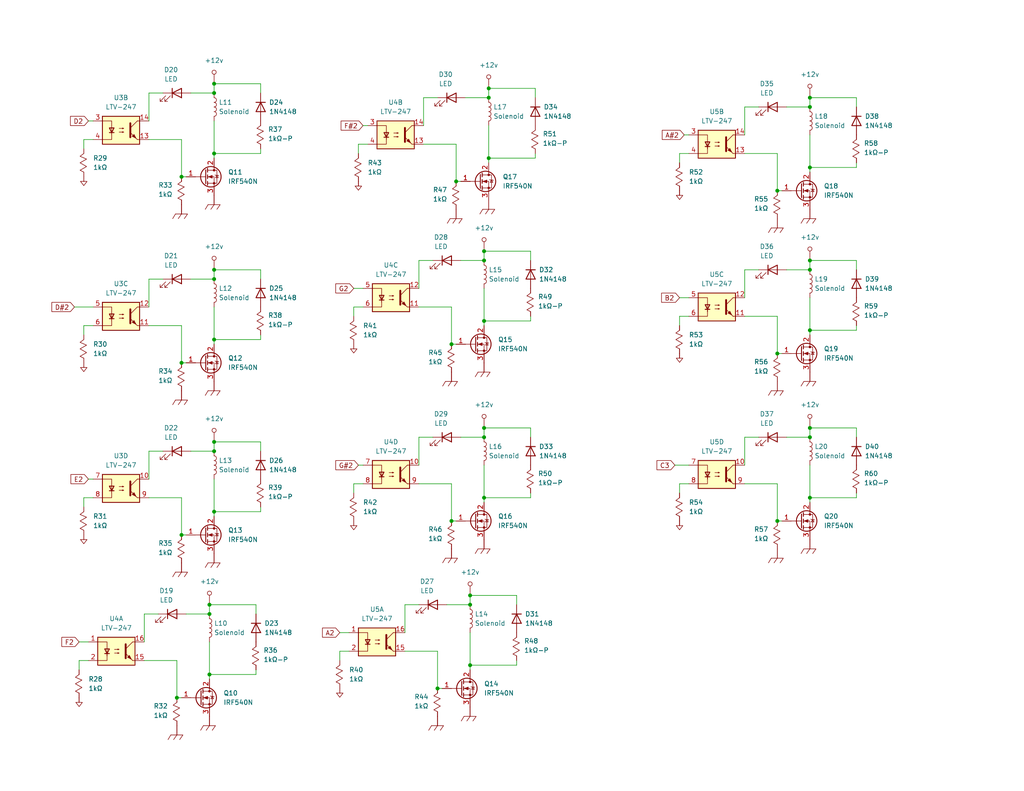
<source format=kicad_sch>
(kicad_sch (version 20250114) (generator "eeschema") (generator_version "9.0")
  (paper "A")
  (title_block (title "Extended Breakout") (date "2025-04-01") (rev "B"))
  (junction (at 58.42 139.7))
  (junction (at 57.15 165.1))
  (junction (at 49.53 48.26))
  (junction (at 132.08 116.84))
  (junction (at 132.08 135.89))
  (junction (at 49.53 146.05))
  (junction (at 133.35 24.13))
  (junction (at 220.98 45.72))
  (junction (at 128.27 162.56))
  (junction (at 57.15 167.64))
  (junction (at 57.15 184.15))
  (junction (at 133.35 43.18))
  (junction (at 58.42 120.65))
  (junction (at 132.08 119.38))
  (junction (at 133.35 26.67))
  (junction (at 132.08 71.12))
  (junction (at 132.08 68.58))
  (junction (at 220.98 73.66))
  (junction (at 58.42 73.66))
  (junction (at 132.08 87.63))
  (junction (at 220.98 90.17))
  (junction (at 58.42 25.4))
  (junction (at 58.42 123.19))
  (junction (at 212.09 52.07))
  (junction (at 58.42 41.91))
  (junction (at 220.98 119.38))
  (junction (at 123.19 93.98))
  (junction (at 128.27 165.1))
  (junction (at 58.42 76.2))
  (junction (at 128.27 181.61))
  (junction (at 220.98 135.89))
  (junction (at 220.98 26.67))
  (junction (at 123.19 142.24))
  (junction (at 220.98 71.12))
  (junction (at 220.98 29.21))
  (junction (at 212.09 142.24))
  (junction (at 212.09 96.52))
  (junction (at 119.38 187.96))
  (junction (at 220.98 116.84))
  (junction (at 58.42 92.71))
  (junction (at 48.26 190.5))
  (junction (at 49.53 99.06))
  (junction (at 124.46 49.53))
  (junction (at 58.42 22.86))
  (wire (pts (xy 114.3 83.82) (xy 123.19 83.82)))
  (wire (pts (xy 220.98 90.17) (xy 220.98 81.28)))
  (wire (pts (xy 220.98 116.84) (xy 233.68 116.84)))
  (wire (pts (xy 203.2 132.08) (xy 212.09 132.08)))
  (wire (pts (xy 220.98 46.99) (xy 220.98 45.72)))
  (wire (pts (xy 132.08 68.58) (xy 132.08 71.12)))
  (wire (pts (xy 99.06 83.82) (xy 96.52 83.82)))
  (wire (pts (xy 71.12 92.71) (xy 71.12 91.44)))
  (wire (pts (xy 21.59 180.34) (xy 21.59 182.88)))
  (wire (pts (xy 52.07 76.2) (xy 58.42 76.2)))
  (wire (pts (xy 133.35 24.13) (xy 133.35 26.67)))
  (wire (pts (xy 220.98 137.16) (xy 220.98 135.89)))
  (wire (pts (xy 127 26.67) (xy 133.35 26.67)))
  (wire (pts (xy 97.79 127) (xy 99.06 127)))
  (wire (pts (xy 220.98 91.44) (xy 220.98 90.17)))
  (wire (pts (xy 58.42 41.91) (xy 71.12 41.91)))
  (wire (pts (xy 128.27 181.61) (xy 128.27 172.72)))
  (wire (pts (xy 58.42 73.66) (xy 71.12 73.66)))
  (wire (pts (xy 52.07 25.4) (xy 58.42 25.4)))
  (wire (pts (xy 214.63 73.66) (xy 220.98 73.66)))
  (wire (pts (xy 144.78 135.89) (xy 144.78 134.62)))
  (wire (pts (xy 58.42 73.66) (xy 58.42 76.2)))
  (wire (pts (xy 233.68 135.89) (xy 233.68 134.62)))
  (wire (pts (xy 123.19 83.82) (xy 123.19 93.98)))
  (wire (pts (xy 187.96 86.36) (xy 185.42 86.36)))
  (wire (pts (xy 133.35 43.18) (xy 146.05 43.18)))
  (wire (pts (xy 25.4 88.9) (xy 22.86 88.9)))
  (wire (pts (xy 146.05 26.67) (xy 146.05 24.13)))
  (wire (pts (xy 220.98 135.89) (xy 233.68 135.89)))
  (wire (pts (xy 119.38 26.67) (xy 115.57 26.67)))
  (wire (pts (xy 99.06 132.08) (xy 96.52 132.08)))
  (wire (pts (xy 58.42 139.7) (xy 58.42 130.81)))
  (wire (pts (xy 40.64 38.1) (xy 49.53 38.1)))
  (wire (pts (xy 185.42 41.91) (xy 185.42 44.45)))
  (wire (pts (xy 119.38 177.8) (xy 119.38 187.96)))
  (wire (pts (xy 57.15 165.1) (xy 69.85 165.1)))
  (wire (pts (xy 128.27 162.56) (xy 140.97 162.56)))
  (wire (pts (xy 144.78 119.38) (xy 144.78 116.84)))
  (wire (pts (xy 100.33 39.37) (xy 97.79 39.37)))
  (wire (pts (xy 220.98 45.72) (xy 220.98 36.83)))
  (wire (pts (xy 132.08 135.89) (xy 144.78 135.89)))
  (wire (pts (xy 140.97 165.1) (xy 140.97 162.56)))
  (wire (pts (xy 20.32 83.82) (xy 25.4 83.82)))
  (wire (pts (xy 49.53 38.1) (xy 49.53 48.26)))
  (wire (pts (xy 58.42 92.71) (xy 58.42 83.82)))
  (wire (pts (xy 132.08 135.89) (xy 132.08 127)))
  (wire (pts (xy 220.98 71.12) (xy 233.68 71.12)))
  (wire (pts (xy 214.63 119.38) (xy 220.98 119.38)))
  (wire (pts (xy 203.2 86.36) (xy 212.09 86.36)))
  (wire (pts (xy 212.09 142.24) (xy 213.36 142.24)))
  (wire (pts (xy 22.86 88.9) (xy 22.86 91.44)))
  (wire (pts (xy 220.98 26.67) (xy 233.68 26.67)))
  (wire (pts (xy 184.15 127) (xy 187.96 127)))
  (wire (pts (xy 58.42 43.18) (xy 58.42 41.91)))
  (wire (pts (xy 132.08 116.84) (xy 144.78 116.84)))
  (wire (pts (xy 207.01 119.38) (xy 203.2 119.38)))
  (wire (pts (xy 44.45 123.19) (xy 40.64 123.19)))
  (wire (pts (xy 25.4 38.1) (xy 22.86 38.1)))
  (wire (pts (xy 114.3 132.08) (xy 123.19 132.08)))
  (wire (pts (xy 233.68 119.38) (xy 233.68 116.84)))
  (wire (pts (xy 49.53 88.9) (xy 49.53 99.06)))
  (wire (pts (xy 125.73 119.38) (xy 132.08 119.38)))
  (wire (pts (xy 44.45 76.2) (xy 40.64 76.2)))
  (wire (pts (xy 40.64 135.89) (xy 49.53 135.89)))
  (wire (pts (xy 119.38 187.96) (xy 120.65 187.96)))
  (wire (pts (xy 39.37 167.64) (xy 39.37 175.26)))
  (wire (pts (xy 214.63 29.21) (xy 220.98 29.21)))
  (wire (pts (xy 220.98 45.72) (xy 233.68 45.72)))
  (wire (pts (xy 132.08 137.16) (xy 132.08 135.89)))
  (wire (pts (xy 220.98 26.67) (xy 220.98 29.21)))
  (wire (pts (xy 132.08 88.9) (xy 132.08 87.63)))
  (wire (pts (xy 110.49 165.1) (xy 110.49 172.72)))
  (wire (pts (xy 49.53 135.89) (xy 49.53 146.05)))
  (wire (pts (xy 203.2 29.21) (xy 203.2 36.83)))
  (wire (pts (xy 57.15 184.15) (xy 57.15 175.26)))
  (wire (pts (xy 71.12 123.19) (xy 71.12 120.65)))
  (wire (pts (xy 58.42 22.86) (xy 71.12 22.86)))
  (wire (pts (xy 57.15 165.1) (xy 57.15 167.64)))
  (wire (pts (xy 125.73 71.12) (xy 132.08 71.12)))
  (wire (pts (xy 25.4 135.89) (xy 22.86 135.89)))
  (wire (pts (xy 124.46 39.37) (xy 124.46 49.53)))
  (wire (pts (xy 220.98 90.17) (xy 233.68 90.17)))
  (wire (pts (xy 121.92 165.1) (xy 128.27 165.1)))
  (wire (pts (xy 132.08 87.63) (xy 144.78 87.63)))
  (wire (pts (xy 132.08 68.58) (xy 144.78 68.58)))
  (wire (pts (xy 57.15 185.42) (xy 57.15 184.15)))
  (wire (pts (xy 71.12 25.4) (xy 71.12 22.86)))
  (wire (pts (xy 128.27 162.56) (xy 128.27 165.1)))
  (wire (pts (xy 212.09 52.07) (xy 213.36 52.07)))
  (wire (pts (xy 187.96 41.91) (xy 185.42 41.91)))
  (wire (pts (xy 123.19 142.24) (xy 124.46 142.24)))
  (wire (pts (xy 40.64 88.9) (xy 49.53 88.9)))
  (wire (pts (xy 133.35 44.45) (xy 133.35 43.18)))
  (wire (pts (xy 97.79 39.37) (xy 97.79 41.91)))
  (wire (pts (xy 128.27 181.61) (xy 140.97 181.61)))
  (wire (pts (xy 44.45 25.4) (xy 40.64 25.4)))
  (wire (pts (xy 40.64 76.2) (xy 40.64 83.82)))
  (wire (pts (xy 186.69 36.83) (xy 187.96 36.83)))
  (wire (pts (xy 43.18 167.64) (xy 39.37 167.64)))
  (wire (pts (xy 71.12 139.7) (xy 71.12 138.43)))
  (wire (pts (xy 118.11 71.12) (xy 114.3 71.12)))
  (wire (pts (xy 115.57 39.37) (xy 124.46 39.37)))
  (wire (pts (xy 133.35 43.18) (xy 133.35 34.29)))
  (wire (pts (xy 132.08 116.84) (xy 132.08 119.38)))
  (wire (pts (xy 69.85 167.64) (xy 69.85 165.1)))
  (wire (pts (xy 185.42 132.08) (xy 185.42 134.62)))
  (wire (pts (xy 220.98 116.84) (xy 220.98 119.38)))
  (wire (pts (xy 40.64 25.4) (xy 40.64 33.02)))
  (wire (pts (xy 220.98 71.12) (xy 220.98 73.66)))
  (wire (pts (xy 114.3 119.38) (xy 114.3 127)))
  (wire (pts (xy 40.64 123.19) (xy 40.64 130.81)))
  (wire (pts (xy 58.42 120.65) (xy 71.12 120.65)))
  (wire (pts (xy 92.71 172.72) (xy 95.25 172.72)))
  (wire (pts (xy 123.19 132.08) (xy 123.19 142.24)))
  (wire (pts (xy 58.42 93.98) (xy 58.42 92.71)))
  (wire (pts (xy 203.2 119.38) (xy 203.2 127)))
  (wire (pts (xy 24.13 180.34) (xy 21.59 180.34)))
  (wire (pts (xy 52.07 123.19) (xy 58.42 123.19)))
  (wire (pts (xy 58.42 139.7) (xy 71.12 139.7)))
  (wire (pts (xy 233.68 90.17) (xy 233.68 88.9)))
  (wire (pts (xy 212.09 41.91) (xy 212.09 52.07)))
  (wire (pts (xy 233.68 29.21) (xy 233.68 26.67)))
  (wire (pts (xy 92.71 177.8) (xy 92.71 180.34)))
  (wire (pts (xy 212.09 86.36) (xy 212.09 96.52)))
  (wire (pts (xy 22.86 38.1) (xy 22.86 40.64)))
  (wire (pts (xy 220.98 135.89) (xy 220.98 127)))
  (wire (pts (xy 185.42 86.36) (xy 185.42 88.9)))
  (wire (pts (xy 144.78 87.63) (xy 144.78 86.36)))
  (wire (pts (xy 49.53 146.05) (xy 50.8 146.05)))
  (wire (pts (xy 203.2 73.66) (xy 203.2 81.28)))
  (wire (pts (xy 133.35 24.13) (xy 146.05 24.13)))
  (wire (pts (xy 124.46 49.53) (xy 125.73 49.53)))
  (wire (pts (xy 39.37 180.34) (xy 48.26 180.34)))
  (wire (pts (xy 115.57 26.67) (xy 115.57 34.29)))
  (wire (pts (xy 212.09 132.08) (xy 212.09 142.24)))
  (wire (pts (xy 71.12 41.91) (xy 71.12 40.64)))
  (wire (pts (xy 48.26 180.34) (xy 48.26 190.5)))
  (wire (pts (xy 71.12 76.2) (xy 71.12 73.66)))
  (wire (pts (xy 58.42 92.71) (xy 71.12 92.71)))
  (wire (pts (xy 96.52 78.74) (xy 99.06 78.74)))
  (wire (pts (xy 50.8 167.64) (xy 57.15 167.64)))
  (wire (pts (xy 140.97 181.61) (xy 140.97 180.34)))
  (wire (pts (xy 95.25 177.8) (xy 92.71 177.8)))
  (wire (pts (xy 146.05 43.18) (xy 146.05 41.91)))
  (wire (pts (xy 185.42 81.28) (xy 187.96 81.28)))
  (wire (pts (xy 96.52 132.08) (xy 96.52 134.62)))
  (wire (pts (xy 207.01 73.66) (xy 203.2 73.66)))
  (wire (pts (xy 58.42 22.86) (xy 58.42 25.4)))
  (wire (pts (xy 212.09 96.52) (xy 213.36 96.52)))
  (wire (pts (xy 128.27 182.88) (xy 128.27 181.61)))
  (wire (pts (xy 118.11 119.38) (xy 114.3 119.38)))
  (wire (pts (xy 207.01 29.21) (xy 203.2 29.21)))
  (wire (pts (xy 96.52 83.82) (xy 96.52 86.36)))
  (wire (pts (xy 123.19 93.98) (xy 124.46 93.98)))
  (wire (pts (xy 49.53 99.06) (xy 50.8 99.06)))
  (wire (pts (xy 21.59 175.26) (xy 24.13 175.26)))
  (wire (pts (xy 24.13 33.02) (xy 25.4 33.02)))
  (wire (pts (xy 114.3 71.12) (xy 114.3 78.74)))
  (wire (pts (xy 110.49 177.8) (xy 119.38 177.8)))
  (wire (pts (xy 57.15 184.15) (xy 69.85 184.15)))
  (wire (pts (xy 144.78 71.12) (xy 144.78 68.58)))
  (wire (pts (xy 58.42 120.65) (xy 58.42 123.19)))
  (wire (pts (xy 233.68 45.72) (xy 233.68 44.45)))
  (wire (pts (xy 49.53 48.26) (xy 50.8 48.26)))
  (wire (pts (xy 58.42 140.97) (xy 58.42 139.7)))
  (wire (pts (xy 203.2 41.91) (xy 212.09 41.91)))
  (wire (pts (xy 114.3 165.1) (xy 110.49 165.1)))
  (wire (pts (xy 58.42 41.91) (xy 58.42 33.02)))
  (wire (pts (xy 69.85 184.15) (xy 69.85 182.88)))
  (wire (pts (xy 187.96 132.08) (xy 185.42 132.08)))
  (wire (pts (xy 24.13 130.81) (xy 25.4 130.81)))
  (wire (pts (xy 99.06 34.29) (xy 100.33 34.29)))
  (wire (pts (xy 48.26 190.5) (xy 49.53 190.5)))
  (wire (pts (xy 233.68 73.66) (xy 233.68 71.12)))
  (wire (pts (xy 22.86 135.89) (xy 22.86 138.43)))
  (wire (pts (xy 132.08 87.63) (xy 132.08 78.74)))
  (global_label "A#2" (shape input) (at 186.69 36.83 180) (property "Intersheetrefs" "${INTERSHEET_REFS}" (effects (hide yes))))
  (global_label "D2" (shape input) (at 24.13 33.02 180) (property "Intersheetrefs" "${INTERSHEET_REFS}" (effects (hide yes))))
  (global_label "E2" (shape input) (at 24.13 130.81 180) (property "Intersheetrefs" "${INTERSHEET_REFS}" (effects (hide yes))))
  (global_label "G#2" (shape input) (at 97.79 127 180) (property "Intersheetrefs" "${INTERSHEET_REFS}" (effects (hide yes))))
  (global_label "B2" (shape input) (at 185.42 81.28 180) (property "Intersheetrefs" "${INTERSHEET_REFS}" (effects (hide yes))))
  (global_label "F#2" (shape input) (at 99.06 34.29 180) (property "Intersheetrefs" "${INTERSHEET_REFS}" (effects (hide yes))))
  (global_label "G2" (shape input) (at 96.52 78.74 180) (property "Intersheetrefs" "${INTERSHEET_REFS}" (effects (hide yes))))
  (global_label "A2" (shape input) (at 92.71 172.72 180) (property "Intersheetrefs" "${INTERSHEET_REFS}" (effects (hide yes))))
  (global_label "F2" (shape input) (at 21.59 175.26 180) (property "Intersheetrefs" "${INTERSHEET_REFS}" (effects (hide yes))))
  (global_label "C3" (shape input) (at 184.15 127 180) (property "Intersheetrefs" "${INTERSHEET_REFS}" (effects (hide yes))))
  (global_label "D#2" (shape input) (at 20.32 83.82 180) (property "Intersheetrefs" "${INTERSHEET_REFS}" (effects (hide yes))))
  (symbol (lib_id "Isolator:LTV-247") (at 106.68 129.54 0) (unit 4)
    (property "Reference" "U4" (at 106.68 120.65 0))
    (property "Value" "LTV-247" (at 106.68 123.19 0))
    (property "Footprint" "Package_SO:SOP-16_4.4x10.4mm_P1.27mm" (effects (hide yes)))
    (property "Datasheet" "http://optoelectronics.liteon.com/upload/download/DS70-2009-0014/LTV-2X7%20sereis%20Mar17.PDF" (effects (hide yes)))
    (property "Description" "DC Quad Optocoupler, Vce 80V, CTR 100-600%, SOP-16" (effects (hide yes)))
  )
  (symbol (lib_id "Custom Power:GND") (at 21.59 190.5 0) (unit 1) (in_bom no) (on_board no)
    (property "Reference" "#PWR042" (effects (hide yes)))
    (property "Value" "GND" (effects (hide yes)))
  )
  (symbol (lib_id "Custom Power:GND") (at 185.42 96.52 0) (unit 1) (in_bom no) (on_board no)
    (property "Reference" "#PWR075" (effects (hide yes)))
    (property "Value" "GND" (effects (hide yes)))
  )
  (symbol (lib_id "Owen's Symbols:Resistor_Mod") (at 92.71 184.15 90) (unit 1)
    (property "Reference" "R40" (at 95.25 182.8799 90) (effects (justify right)))
    (property "Value" "1kΩ" (at 95.25 185.4199 90) (effects (justify right)))
    (property "Footprint" "Resistor_SMD:R_0805_2012Metric_Pad1.20x1.40mm_HandSolder" (effects (hide yes)))
  )
  (symbol (lib_id "Custom Power:GND") (at 97.79 49.53 0) (unit 1) (in_bom no) (on_board no)
    (property "Reference" "#PWR061" (effects (hide yes)))
    (property "Value" "GND" (effects (hide yes)))
  )
  (symbol (lib_id "Isolator:LTV-247") (at 106.68 81.28 0) (unit 3)
    (property "Reference" "U4" (at 106.68 72.39 0))
    (property "Value" "LTV-247" (at 106.68 74.93 0))
    (property "Footprint" "Package_SO:SOP-16_4.4x10.4mm_P1.27mm" (effects (hide yes)))
    (property "Datasheet" "http://optoelectronics.liteon.com/upload/download/DS70-2009-0014/LTV-2X7%20sereis%20Mar17.PDF" (effects (hide yes)))
    (property "Description" "DC Quad Optocoupler, Vce 80V, CTR 100-600%, SOP-16" (effects (hide yes)))
  )
  (symbol (lib_id "Custom Symbols:Resistor_Mod") (at 212.09 100.33 90) (unit 1)
    (property "Reference" "R56" (at 205.74 98.806 90) (effects (justify right)))
    (property "Value" "1kΩ" (at 205.74 101.346 90) (effects (justify right)))
    (property "Footprint" "Resistor_SMD:R_0805_2012Metric_Pad1.20x1.40mm_HandSolder" (effects (hide yes)))
  )
  (symbol (lib_id "Custom Power:Chassis_GND") (at 220.98 101.6 0) (unit 1) (in_bom no) (on_board no)
    (property "Reference" "#PWR083" (effects (hide yes)))
    (property "Value" "Chassis_GND" (effects (hide yes)))
  )
  (symbol (lib_id "Isolator:LTV-247") (at 195.58 39.37 0) (unit 2)
    (property "Reference" "U5" (at 195.58 30.48 0))
    (property "Value" "LTV-247" (at 195.58 33.02 0))
    (property "Footprint" "Package_SO:SOP-16_4.4x10.4mm_P1.27mm" (effects (hide yes)))
    (property "Datasheet" "http://optoelectronics.liteon.com/upload/download/DS70-2009-0014/LTV-2X7%20sereis%20Mar17.PDF" (effects (hide yes)))
    (property "Description" "DC Quad Optocoupler, Vce 80V, CTR 100-600%, SOP-16" (effects (hide yes)))
  )
  (symbol (lib_id "Owen's Symbols:Resistor_Mod") (at 185.42 92.71 90) (unit 1)
    (property "Reference" "R53" (at 187.96 91.4399 90) (effects (justify right)))
    (property "Value" "1kΩ" (at 187.96 93.9799 90) (effects (justify right)))
    (property "Footprint" "Resistor_SMD:R_0805_2012Metric_Pad1.20x1.40mm_HandSolder" (effects (hide yes)))
  )
  (symbol (lib_id "Custom Power:GND") (at 185.42 52.07 0) (unit 1) (in_bom no) (on_board no)
    (property "Reference" "#PWR074" (effects (hide yes)))
    (property "Value" "GND" (effects (hide yes)))
  )
  (symbol (lib_id "OF symbols:Resistor_Mod") (at 69.85 179.07 90) (unit 1)
    (property "Reference" "R36" (at 71.882 177.546 90) (effects (justify right)))
    (property "Value" "1kΩ-P" (at 71.882 180.086 90) (effects (justify right)))
    (property "Footprint" "Resistor_SMD:R_1206_3216Metric_Pad1.30x1.75mm_HandSolder" (effects (hide yes)))
  )
  (symbol (lib_id "Custom Power:Chassis_GND") (at 49.53 153.67 0) (unit 1) (in_bom no) (on_board no)
    (property "Reference" "#PWR049" (effects (hide yes)))
    (property "Value" "Chassis_GND" (effects (hide yes)))
  )
  (symbol (lib_id "Diode:1N4148") (at 233.68 123.19 270) (unit 1)
    (property "Reference" "D40" (at 235.966 121.92 90) (effects (justify left)))
    (property "Value" "1N4148" (at 235.966 124.46 90) (effects (justify left)))
    (property "Footprint" "LED_SMD:LED_0805_2012Metric_Pad1.15x1.40mm_HandSolder" (effects (hide yes)))
    (property "Datasheet" "https://assets.nexperia.com/documents/data-sheet/1N4148_1N4448.pdf" (effects (hide yes)))
    (property "Description" "100V 0.15A standard switching diode, DO-35" (effects (hide yes)))
    (property "Sim.Device" "D" (effects (hide yes)))
    (property "Sim.Pins" "1=K 2=A" (effects (hide yes)))
  )
  (symbol (lib_id "Custom Power:GND") (at 185.42 142.24 0) (unit 1) (in_bom no) (on_board no)
    (property "Reference" "#PWR076" (effects (hide yes)))
    (property "Value" "GND" (effects (hide yes)))
  )
  (symbol (lib_id "Isolator:LTV-247") (at 31.75 177.8 0) (unit 1)
    (property "Reference" "U4" (at 31.75 168.91 0))
    (property "Value" "LTV-247" (at 31.75 171.45 0))
    (property "Footprint" "Package_SO:SOP-16_4.4x10.4mm_P1.27mm" (effects (hide yes)))
    (property "Datasheet" "http://optoelectronics.liteon.com/upload/download/DS70-2009-0014/LTV-2X7%20sereis%20Mar17.PDF" (effects (hide yes)))
    (property "Description" "DC Quad Optocoupler, Vce 80V, CTR 100-600%, SOP-16" (effects (hide yes)))
  )
  (symbol (lib_id "Custom Power:+12v") (at 57.15 163.83 0) (unit 1) (in_bom no) (on_board no)
    (property "Reference" "#PWR050" (effects (hide yes)))
    (property "Value" "+12v" (at 57.15 158.75 0))
  )
  (symbol (lib_id "Custom Power:GND") (at 22.86 99.06 0) (unit 1) (in_bom no) (on_board no)
    (property "Reference" "#PWR044" (effects (hide yes)))
    (property "Value" "GND" (effects (hide yes)))
  )
  (symbol (lib_id "Custom Symbols:Resistor_Mod") (at 212.09 55.88 90) (unit 1)
    (property "Reference" "R55" (at 205.74 54.356 90) (effects (justify right)))
    (property "Value" "1kΩ" (at 205.74 56.896 90) (effects (justify right)))
    (property "Footprint" "Resistor_SMD:R_0805_2012Metric_Pad1.20x1.40mm_HandSolder" (effects (hide yes)))
  )
  (symbol (lib_id "Device:LED") (at 123.19 26.67 0) (unit 1)
    (property "Reference" "D30" (at 121.6025 20.32 0))
    (property "Value" "LED" (at 121.6025 22.86 0))
    (property "Footprint" "LED_SMD:LED_0805_2012Metric_Pad1.15x1.40mm_HandSolder" (effects (hide yes)))
    (property "Description" "Light emitting diode" (effects (hide yes)))
  )
  (symbol (lib_id "Custom Power:+12v") (at 132.08 67.31 0) (unit 1) (in_bom no) (on_board no)
    (property "Reference" "#PWR068" (effects (hide yes)))
    (property "Value" "+12v" (at 132.08 62.23 0))
  )
  (symbol (lib_id "Custom Power:+12v") (at 132.08 115.57 0) (unit 1) (in_bom no) (on_board no)
    (property "Reference" "#PWR070" (effects (hide yes)))
    (property "Value" "+12v" (at 132.08 110.49 0))
  )
  (symbol (lib_id "Device:L") (at 57.15 171.45 0) (unit 1)
    (property "Reference" "L10" (at 58.42 170.1799 0) (effects (justify left)))
    (property "Value" "Solenoid" (at 58.42 172.7199 0) (effects (justify left)))
    (property "Footprint" "OF Footprints:Small Expanded TH" (effects (hide yes)))
    (property "Description" "Inductor" (effects (hide yes)))
  )
  (symbol (lib_id "Isolator:LTV-247") (at 33.02 86.36 0) (unit 3)
    (property "Reference" "U3" (at 33.02 77.47 0))
    (property "Value" "LTV-247" (at 33.02 80.01 0))
    (property "Footprint" "Package_SO:SOP-16_4.4x10.4mm_P1.27mm" (effects (hide yes)))
    (property "Datasheet" "http://optoelectronics.liteon.com/upload/download/DS70-2009-0014/LTV-2X7%20sereis%20Mar17.PDF" (effects (hide yes)))
    (property "Description" "DC Quad Optocoupler, Vce 80V, CTR 100-600%, SOP-16" (effects (hide yes)))
  )
  (symbol (lib_id "Custom Power:+12v") (at 58.42 119.38 0) (unit 1) (in_bom no) (on_board no)
    (property "Reference" "#PWR056" (effects (hide yes)))
    (property "Value" "+12v" (at 58.42 114.3 0))
  )
  (symbol (lib_id "Custom Symbols:Resistor_Mod") (at 49.53 149.86 90) (unit 1)
    (property "Reference" "R35" (at 43.18 148.336 90) (effects (justify right)))
    (property "Value" "1kΩ" (at 43.18 150.876 90) (effects (justify right)))
    (property "Footprint" "Resistor_SMD:R_0805_2012Metric_Pad1.20x1.40mm_HandSolder" (effects (hide yes)))
  )
  (symbol (lib_id "Device:LED") (at 210.82 73.66 0) (unit 1)
    (property "Reference" "D36" (at 209.2325 67.31 0))
    (property "Value" "LED" (at 209.2325 69.85 0))
    (property "Footprint" "LED_SMD:LED_0805_2012Metric_Pad1.15x1.40mm_HandSolder" (effects (hide yes)))
    (property "Description" "Light emitting diode" (effects (hide yes)))
  )
  (symbol (lib_id "Custom Power:+12v") (at 220.98 115.57 0) (unit 1) (in_bom no) (on_board no)
    (property "Reference" "#PWR084" (effects (hide yes)))
    (property "Value" "+12v" (at 220.98 110.49 0))
  )
  (symbol (lib_id "Custom Power:Chassis_GND") (at 49.53 55.88 0) (unit 1) (in_bom no) (on_board no)
    (property "Reference" "#PWR047" (effects (hide yes)))
    (property "Value" "Chassis_GND" (effects (hide yes)))
  )
  (symbol (lib_id "Device:L") (at 58.42 29.21 0) (unit 1)
    (property "Reference" "L11" (at 59.69 27.9399 0) (effects (justify left)))
    (property "Value" "Solenoid" (at 59.69 30.4799 0) (effects (justify left)))
    (property "Footprint" "OF Footprints:Small Expanded TH" (effects (hide yes)))
    (property "Description" "Inductor" (effects (hide yes)))
  )
  (symbol (lib_id "Custom Symbols:Resistor_Mod") (at 123.19 146.05 90) (unit 1)
    (property "Reference" "R46" (at 116.84 144.526 90) (effects (justify right)))
    (property "Value" "1kΩ" (at 116.84 147.066 90) (effects (justify right)))
    (property "Footprint" "Resistor_SMD:R_0805_2012Metric_Pad1.20x1.40mm_HandSolder" (effects (hide yes)))
  )
  (symbol (lib_id "Custom Symbols:Resistor_Mod") (at 119.38 191.77 90) (unit 1)
    (property "Reference" "R44" (at 113.03 190.246 90) (effects (justify right)))
    (property "Value" "1kΩ" (at 113.03 192.786 90) (effects (justify right)))
    (property "Footprint" "Resistor_SMD:R_0805_2012Metric_Pad1.20x1.40mm_HandSolder" (effects (hide yes)))
  )
  (symbol (lib_id "Custom Power:Chassis_GND") (at 123.19 149.86 0) (unit 1) (in_bom no) (on_board no)
    (property "Reference" "#PWR064" (effects (hide yes)))
    (property "Value" "Chassis_GND" (effects (hide yes)))
  )
  (symbol (lib_id "Custom Power:+12v") (at 220.98 69.85 0) (unit 1) (in_bom no) (on_board no)
    (property "Reference" "#PWR082" (effects (hide yes)))
    (property "Value" "+12v" (at 220.98 64.77 0))
  )
  (symbol (lib_id "Custom Power:Chassis_GND") (at 212.09 59.69 0) (unit 1) (in_bom no) (on_board no)
    (property "Reference" "#PWR077" (effects (hide yes)))
    (property "Value" "Chassis_GND" (effects (hide yes)))
  )
  (symbol (lib_id "Device:LED") (at 118.11 165.1 0) (unit 1)
    (property "Reference" "D27" (at 116.5225 158.75 0))
    (property "Value" "LED" (at 116.5225 161.29 0))
    (property "Footprint" "LED_SMD:LED_0805_2012Metric_Pad1.15x1.40mm_HandSolder" (effects (hide yes)))
    (property "Description" "Light emitting diode" (effects (hide yes)))
  )
  (symbol (lib_id "Custom Power:+12v") (at 58.42 21.59 0) (unit 1) (in_bom no) (on_board no)
    (property "Reference" "#PWR052" (effects (hide yes)))
    (property "Value" "+12v" (at 58.42 16.51 0))
  )
  (symbol (lib_id "Custom Power:Chassis_GND") (at 133.35 54.61 0) (unit 1) (in_bom no) (on_board no)
    (property "Reference" "#PWR073" (effects (hide yes)))
    (property "Value" "Chassis_GND" (effects (hide yes)))
  )
  (symbol (lib_id "Device:L") (at 132.08 123.19 0) (unit 1)
    (property "Reference" "L16" (at 133.35 121.9199 0) (effects (justify left)))
    (property "Value" "Solenoid" (at 133.35 124.4599 0) (effects (justify left)))
    (property "Footprint" "OF Footprints:Small Expanded TH" (effects (hide yes)))
    (property "Description" "Inductor" (effects (hide yes)))
  )
  (symbol (lib_id "Isolator:LTV-247") (at 102.87 175.26 0) (unit 1)
    (property "Reference" "U5" (at 102.87 166.37 0))
    (property "Value" "LTV-247" (at 102.87 168.91 0))
    (property "Footprint" "Package_SO:SOP-16_4.4x10.4mm_P1.27mm" (effects (hide yes)))
    (property "Datasheet" "http://optoelectronics.liteon.com/upload/download/DS70-2009-0014/LTV-2X7%20sereis%20Mar17.PDF" (effects (hide yes)))
    (property "Description" "DC Quad Optocoupler, Vce 80V, CTR 100-600%, SOP-16" (effects (hide yes)))
  )
  (symbol (lib_id "Custom Power:Chassis_GND") (at 119.38 195.58 0) (unit 1) (in_bom no) (on_board no)
    (property "Reference" "#PWR062" (effects (hide yes)))
    (property "Value" "Chassis_GND" (effects (hide yes)))
  )
  (symbol (lib_id "Owen's Symbols:Resistor_Mod") (at 22.86 95.25 90) (unit 1)
    (property "Reference" "R30" (at 25.4 93.9799 90) (effects (justify right)))
    (property "Value" "1kΩ" (at 25.4 96.5199 90) (effects (justify right)))
    (property "Footprint" "Resistor_SMD:R_0805_2012Metric_Pad1.20x1.40mm_HandSolder" (effects (hide yes)))
  )
  (symbol (lib_id "Diode:1N4148") (at 233.68 77.47 270) (unit 1)
    (property "Reference" "D39" (at 235.966 76.2 90) (effects (justify left)))
    (property "Value" "1N4148" (at 235.966 78.74 90) (effects (justify left)))
    (property "Footprint" "LED_SMD:LED_0805_2012Metric_Pad1.15x1.40mm_HandSolder" (effects (hide yes)))
    (property "Datasheet" "https://assets.nexperia.com/documents/data-sheet/1N4148_1N4448.pdf" (effects (hide yes)))
    (property "Description" "100V 0.15A standard switching diode, DO-35" (effects (hide yes)))
    (property "Sim.Device" "D" (effects (hide yes)))
    (property "Sim.Pins" "1=K 2=A" (effects (hide yes)))
  )
  (symbol (lib_id "Transistor_FET:IRF540N") (at 129.54 93.98 0) (unit 1)
    (property "Reference" "Q15" (at 135.89 92.7099 0) (effects (justify left)))
    (property "Value" "IRF540N" (at 135.89 95.2499 0) (effects (justify left)))
    (property "Footprint" "Package_TO_SOT_THT:TO-220-3_Horizontal_TabUp" (effects (hide yes)))
    (property "Datasheet" "http://www.irf.com/product-info/datasheets/data/irf540n.pdf" (effects (hide yes)))
    (property "Description" "33A Id, 100V Vds, HEXFET N-Channel MOSFET, TO-220" (effects (hide yes)))
  )
  (symbol (lib_id "Owen's Symbols:Resistor_Mod") (at 22.86 142.24 90) (unit 1)
    (property "Reference" "R31" (at 25.4 140.9699 90) (effects (justify right)))
    (property "Value" "1kΩ" (at 25.4 143.5099 90) (effects (justify right)))
    (property "Footprint" "Resistor_SMD:R_0805_2012Metric_Pad1.20x1.40mm_HandSolder" (effects (hide yes)))
  )
  (symbol (lib_id "Custom Power:Chassis_GND") (at 57.15 195.58 0) (unit 1) (in_bom no) (on_board no)
    (property "Reference" "#PWR051" (effects (hide yes)))
    (property "Value" "Chassis_GND" (effects (hide yes)))
  )
  (symbol (lib_id "Custom Power:Chassis_GND") (at 58.42 104.14 0) (unit 1) (in_bom no) (on_board no)
    (property "Reference" "#PWR055" (effects (hide yes)))
    (property "Value" "Chassis_GND" (effects (hide yes)))
  )
  (symbol (lib_id "Device:L") (at 132.08 74.93 0) (unit 1)
    (property "Reference" "L15" (at 133.35 73.6599 0) (effects (justify left)))
    (property "Value" "Solenoid" (at 133.35 76.1999 0) (effects (justify left)))
    (property "Footprint" "OF Footprints:Small Expanded TH" (effects (hide yes)))
    (property "Description" "Inductor" (effects (hide yes)))
  )
  (symbol (lib_id "Device:L") (at 133.35 30.48 0) (unit 1)
    (property "Reference" "L17" (at 134.62 29.2099 0) (effects (justify left)))
    (property "Value" "Solenoid" (at 134.62 31.7499 0) (effects (justify left)))
    (property "Footprint" "OF Footprints:Small Expanded TH" (effects (hide yes)))
    (property "Description" "Inductor" (effects (hide yes)))
  )
  (symbol (lib_id "OF symbols:Resistor_Mod") (at 71.12 36.83 90) (unit 1)
    (property "Reference" "R37" (at 73.152 35.306 90) (effects (justify right)))
    (property "Value" "1kΩ-P" (at 73.152 37.846 90) (effects (justify right)))
    (property "Footprint" "Resistor_SMD:R_1206_3216Metric_Pad1.30x1.75mm_HandSolder" (effects (hide yes)))
  )
  (symbol (lib_id "OF symbols:Resistor_Mod") (at 144.78 82.55 90) (unit 1)
    (property "Reference" "R49" (at 146.812 81.026 90) (effects (justify right)))
    (property "Value" "1kΩ-P" (at 146.812 83.566 90) (effects (justify right)))
    (property "Footprint" "Resistor_SMD:R_1206_3216Metric_Pad1.30x1.75mm_HandSolder" (effects (hide yes)))
  )
  (symbol (lib_id "Diode:1N4148") (at 71.12 29.21 270) (unit 1)
    (property "Reference" "D24" (at 73.406 27.94 90) (effects (justify left)))
    (property "Value" "1N4148" (at 73.406 30.48 90) (effects (justify left)))
    (property "Footprint" "LED_SMD:LED_0805_2012Metric_Pad1.15x1.40mm_HandSolder" (effects (hide yes)))
    (property "Datasheet" "https://assets.nexperia.com/documents/data-sheet/1N4148_1N4448.pdf" (effects (hide yes)))
    (property "Description" "100V 0.15A standard switching diode, DO-35" (effects (hide yes)))
    (property "Sim.Device" "D" (effects (hide yes)))
    (property "Sim.Pins" "1=K 2=A" (effects (hide yes)))
  )
  (symbol (lib_id "OF symbols:Resistor_Mod") (at 144.78 130.81 90) (unit 1)
    (property "Reference" "R50" (at 146.812 129.286 90) (effects (justify right)))
    (property "Value" "1kΩ-P" (at 146.812 131.826 90) (effects (justify right)))
    (property "Footprint" "Resistor_SMD:R_1206_3216Metric_Pad1.30x1.75mm_HandSolder" (effects (hide yes)))
  )
  (symbol (lib_id "Custom Power:GND") (at 22.86 48.26 0) (unit 1) (in_bom no) (on_board no)
    (property "Reference" "#PWR043" (effects (hide yes)))
    (property "Value" "GND" (effects (hide yes)))
  )
  (symbol (lib_id "OF symbols:Resistor_Mod") (at 233.68 85.09 90) (unit 1)
    (property "Reference" "R59" (at 235.712 83.566 90) (effects (justify right)))
    (property "Value" "1kΩ-P" (at 235.712 86.106 90) (effects (justify right)))
    (property "Footprint" "Resistor_SMD:R_1206_3216Metric_Pad1.30x1.75mm_HandSolder" (effects (hide yes)))
  )
  (symbol (lib_id "Custom Power:Chassis_GND") (at 128.27 193.04 0) (unit 1) (in_bom no) (on_board no)
    (property "Reference" "#PWR067" (effects (hide yes)))
    (property "Value" "Chassis_GND" (effects (hide yes)))
  )
  (symbol (lib_id "Diode:1N4148") (at 71.12 80.01 270) (unit 1)
    (property "Reference" "D25" (at 73.406 78.74 90) (effects (justify left)))
    (property "Value" "1N4148" (at 73.406 81.28 90) (effects (justify left)))
    (property "Footprint" "LED_SMD:LED_0805_2012Metric_Pad1.15x1.40mm_HandSolder" (effects (hide yes)))
    (property "Datasheet" "https://assets.nexperia.com/documents/data-sheet/1N4148_1N4448.pdf" (effects (hide yes)))
    (property "Description" "100V 0.15A standard switching diode, DO-35" (effects (hide yes)))
    (property "Sim.Device" "D" (effects (hide yes)))
    (property "Sim.Pins" "1=K 2=A" (effects (hide yes)))
  )
  (symbol (lib_id "Isolator:LTV-247") (at 33.02 35.56 0) (unit 2)
    (property "Reference" "U3" (at 33.02 26.67 0))
    (property "Value" "LTV-247" (at 33.02 29.21 0))
    (property "Footprint" "Package_SO:SOP-16_4.4x10.4mm_P1.27mm" (effects (hide yes)))
    (property "Datasheet" "http://optoelectronics.liteon.com/upload/download/DS70-2009-0014/LTV-2X7%20sereis%20Mar17.PDF" (effects (hide yes)))
    (property "Description" "DC Quad Optocoupler, Vce 80V, CTR 100-600%, SOP-16" (effects (hide yes)))
  )
  (symbol (lib_id "Custom Symbols:Resistor_Mod") (at 48.26 194.31 90) (unit 1)
    (property "Reference" "R32" (at 41.91 192.786 90) (effects (justify right)))
    (property "Value" "1kΩ" (at 41.91 195.326 90) (effects (justify right)))
    (property "Footprint" "Resistor_SMD:R_0805_2012Metric_Pad1.20x1.40mm_HandSolder" (effects (hide yes)))
  )
  (symbol (lib_id "OF symbols:Resistor_Mod") (at 233.68 40.64 90) (unit 1)
    (property "Reference" "R58" (at 235.712 39.116 90) (effects (justify right)))
    (property "Value" "1kΩ-P" (at 235.712 41.656 90) (effects (justify right)))
    (property "Footprint" "Resistor_SMD:R_1206_3216Metric_Pad1.30x1.75mm_HandSolder" (effects (hide yes)))
  )
  (symbol (lib_id "Device:LED") (at 210.82 119.38 0) (unit 1)
    (property "Reference" "D37" (at 209.2325 113.03 0))
    (property "Value" "LED" (at 209.2325 115.57 0))
    (property "Footprint" "LED_SMD:LED_0805_2012Metric_Pad1.15x1.40mm_HandSolder" (effects (hide yes)))
    (property "Description" "Light emitting diode" (effects (hide yes)))
  )
  (symbol (lib_id "Owen's Symbols:Resistor_Mod") (at 21.59 186.69 90) (unit 1)
    (property "Reference" "R28" (at 24.13 185.4199 90) (effects (justify right)))
    (property "Value" "1kΩ" (at 24.13 187.9599 90) (effects (justify right)))
    (property "Footprint" "Resistor_SMD:R_0805_2012Metric_Pad1.20x1.40mm_HandSolder" (effects (hide yes)))
  )
  (symbol (lib_id "Device:L") (at 58.42 127 0) (unit 1)
    (property "Reference" "L13" (at 59.69 125.7299 0) (effects (justify left)))
    (property "Value" "Solenoid" (at 59.69 128.2699 0) (effects (justify left)))
    (property "Footprint" "OF Footprints:Small Expanded TH" (effects (hide yes)))
    (property "Description" "Inductor" (effects (hide yes)))
  )
  (symbol (lib_id "Custom Power:Chassis_GND") (at 220.98 147.32 0) (unit 1) (in_bom no) (on_board no)
    (property "Reference" "#PWR085" (effects (hide yes)))
    (property "Value" "Chassis_GND" (effects (hide yes)))
  )
  (symbol (lib_id "Diode:1N4148") (at 233.68 33.02 270) (unit 1)
    (property "Reference" "D38" (at 235.966 31.75 90) (effects (justify left)))
    (property "Value" "1N4148" (at 235.966 34.29 90) (effects (justify left)))
    (property "Footprint" "LED_SMD:LED_0805_2012Metric_Pad1.15x1.40mm_HandSolder" (effects (hide yes)))
    (property "Datasheet" "https://assets.nexperia.com/documents/data-sheet/1N4148_1N4448.pdf" (effects (hide yes)))
    (property "Description" "100V 0.15A standard switching diode, DO-35" (effects (hide yes)))
    (property "Sim.Device" "D" (effects (hide yes)))
    (property "Sim.Pins" "1=K 2=A" (effects (hide yes)))
  )
  (symbol (lib_id "Custom Power:GND") (at 22.86 146.05 0) (unit 1) (in_bom no) (on_board no)
    (property "Reference" "#PWR045" (effects (hide yes)))
    (property "Value" "GND" (effects (hide yes)))
  )
  (symbol (lib_id "Transistor_FET:IRF540N") (at 125.73 187.96 0) (unit 1)
    (property "Reference" "Q14" (at 132.08 186.6899 0) (effects (justify left)))
    (property "Value" "IRF540N" (at 132.08 189.2299 0) (effects (justify left)))
    (property "Footprint" "Package_TO_SOT_THT:TO-220-3_Horizontal_TabUp" (effects (hide yes)))
    (property "Datasheet" "http://www.irf.com/product-info/datasheets/data/irf540n.pdf" (effects (hide yes)))
    (property "Description" "33A Id, 100V Vds, HEXFET N-Channel MOSFET, TO-220" (effects (hide yes)))
  )
  (symbol (lib_id "Custom Power:+12v") (at 128.27 161.29 0) (unit 1) (in_bom no) (on_board no)
    (property "Reference" "#PWR066" (effects (hide yes)))
    (property "Value" "+12v" (at 128.27 156.21 0))
  )
  (symbol (lib_id "Custom Power:Chassis_GND") (at 49.53 106.68 0) (unit 1) (in_bom no) (on_board no)
    (property "Reference" "#PWR048" (effects (hide yes)))
    (property "Value" "Chassis_GND" (effects (hide yes)))
  )
  (symbol (lib_id "Diode:1N4148") (at 71.12 127 270) (unit 1)
    (property "Reference" "D26" (at 73.406 125.73 90) (effects (justify left)))
    (property "Value" "1N4148" (at 73.406 128.27 90) (effects (justify left)))
    (property "Footprint" "LED_SMD:LED_0805_2012Metric_Pad1.15x1.40mm_HandSolder" (effects (hide yes)))
    (property "Datasheet" "https://assets.nexperia.com/documents/data-sheet/1N4148_1N4448.pdf" (effects (hide yes)))
    (property "Description" "100V 0.15A standard switching diode, DO-35" (effects (hide yes)))
    (property "Sim.Device" "D" (effects (hide yes)))
    (property "Sim.Pins" "1=K 2=A" (effects (hide yes)))
  )
  (symbol (lib_id "Custom Power:Chassis_GND") (at 58.42 53.34 0) (unit 1) (in_bom no) (on_board no)
    (property "Reference" "#PWR053" (effects (hide yes)))
    (property "Value" "Chassis_GND" (effects (hide yes)))
  )
  (symbol (lib_id "Diode:1N4148") (at 69.85 171.45 270) (unit 1)
    (property "Reference" "D23" (at 72.136 170.18 90) (effects (justify left)))
    (property "Value" "1N4148" (at 72.136 172.72 90) (effects (justify left)))
    (property "Footprint" "LED_SMD:LED_0805_2012Metric_Pad1.15x1.40mm_HandSolder" (effects (hide yes)))
    (property "Datasheet" "https://assets.nexperia.com/documents/data-sheet/1N4148_1N4448.pdf" (effects (hide yes)))
    (property "Description" "100V 0.15A standard switching diode, DO-35" (effects (hide yes)))
    (property "Sim.Device" "D" (effects (hide yes)))
    (property "Sim.Pins" "1=K 2=A" (effects (hide yes)))
  )
  (symbol (lib_id "Diode:1N4148") (at 144.78 74.93 270) (unit 1)
    (property "Reference" "D32" (at 147.066 73.66 90) (effects (justify left)))
    (property "Value" "1N4148" (at 147.066 76.2 90) (effects (justify left)))
    (property "Footprint" "LED_SMD:LED_0805_2012Metric_Pad1.15x1.40mm_HandSolder" (effects (hide yes)))
    (property "Datasheet" "https://assets.nexperia.com/documents/data-sheet/1N4148_1N4448.pdf" (effects (hide yes)))
    (property "Description" "100V 0.15A standard switching diode, DO-35" (effects (hide yes)))
    (property "Sim.Device" "D" (effects (hide yes)))
    (property "Sim.Pins" "1=K 2=A" (effects (hide yes)))
  )
  (symbol (lib_id "Custom Power:Chassis_GND") (at 212.09 104.14 0) (unit 1) (in_bom no) (on_board no)
    (property "Reference" "#PWR078" (effects (hide yes)))
    (property "Value" "Chassis_GND" (effects (hide yes)))
  )
  (symbol (lib_id "Transistor_FET:IRF540N") (at 55.88 48.26 0) (unit 1)
    (property "Reference" "Q11" (at 62.23 46.9899 0) (effects (justify left)))
    (property "Value" "IRF540N" (at 62.23 49.5299 0) (effects (justify left)))
    (property "Footprint" "Package_TO_SOT_THT:TO-220-3_Horizontal_TabUp" (effects (hide yes)))
    (property "Datasheet" "http://www.irf.com/product-info/datasheets/data/irf540n.pdf" (effects (hide yes)))
    (property "Description" "33A Id, 100V Vds, HEXFET N-Channel MOSFET, TO-220" (effects (hide yes)))
  )
  (symbol (lib_id "Custom Power:Chassis_GND") (at 220.98 57.15 0) (unit 1) (in_bom no) (on_board no)
    (property "Reference" "#PWR081" (effects (hide yes)))
    (property "Value" "Chassis_GND" (effects (hide yes)))
  )
  (symbol (lib_id "Custom Symbols:Resistor_Mod") (at 212.09 146.05 90) (unit 1)
    (property "Reference" "R57" (at 205.74 144.526 90) (effects (justify right)))
    (property "Value" "1kΩ" (at 205.74 147.066 90) (effects (justify right)))
    (property "Footprint" "Resistor_SMD:R_0805_2012Metric_Pad1.20x1.40mm_HandSolder" (effects (hide yes)))
  )
  (symbol (lib_id "Isolator:LTV-247") (at 33.02 133.35 0) (unit 4)
    (property "Reference" "U3" (at 33.02 124.46 0))
    (property "Value" "LTV-247" (at 33.02 127 0))
    (property "Footprint" "Package_SO:SOP-16_4.4x10.4mm_P1.27mm" (effects (hide yes)))
    (property "Datasheet" "http://optoelectronics.liteon.com/upload/download/DS70-2009-0014/LTV-2X7%20sereis%20Mar17.PDF" (effects (hide yes)))
    (property "Description" "DC Quad Optocoupler, Vce 80V, CTR 100-600%, SOP-16" (effects (hide yes)))
  )
  (symbol (lib_id "Owen's Symbols:Resistor_Mod") (at 185.42 138.43 90) (unit 1)
    (property "Reference" "R54" (at 187.96 137.1599 90) (effects (justify right)))
    (property "Value" "1kΩ" (at 187.96 139.6999 90) (effects (justify right)))
    (property "Footprint" "Resistor_SMD:R_0805_2012Metric_Pad1.20x1.40mm_HandSolder" (effects (hide yes)))
  )
  (symbol (lib_id "Diode:1N4148") (at 146.05 30.48 270) (unit 1)
    (property "Reference" "D34" (at 148.336 29.21 90) (effects (justify left)))
    (property "Value" "1N4148" (at 148.336 31.75 90) (effects (justify left)))
    (property "Footprint" "LED_SMD:LED_0805_2012Metric_Pad1.15x1.40mm_HandSolder" (effects (hide yes)))
    (property "Datasheet" "https://assets.nexperia.com/documents/data-sheet/1N4148_1N4448.pdf" (effects (hide yes)))
    (property "Description" "100V 0.15A standard switching diode, DO-35" (effects (hide yes)))
    (property "Sim.Device" "D" (effects (hide yes)))
    (property "Sim.Pins" "1=K 2=A" (effects (hide yes)))
  )
  (symbol (lib_id "Isolator:LTV-247") (at 107.95 36.83 0) (unit 2)
    (property "Reference" "U4" (at 107.95 27.94 0))
    (property "Value" "LTV-247" (at 107.95 30.48 0))
    (property "Footprint" "Package_SO:SOP-16_4.4x10.4mm_P1.27mm" (effects (hide yes)))
    (property "Datasheet" "http://optoelectronics.liteon.com/upload/download/DS70-2009-0014/LTV-2X7%20sereis%20Mar17.PDF" (effects (hide yes)))
    (property "Description" "DC Quad Optocoupler, Vce 80V, CTR 100-600%, SOP-16" (effects (hide yes)))
  )
  (symbol (lib_id "Device:L") (at 58.42 80.01 0) (unit 1)
    (property "Reference" "L12" (at 59.69 78.7399 0) (effects (justify left)))
    (property "Value" "Solenoid" (at 59.69 81.2799 0) (effects (justify left)))
    (property "Footprint" "OF Footprints:Small Expanded TH" (effects (hide yes)))
    (property "Description" "Inductor" (effects (hide yes)))
  )
  (symbol (lib_id "Device:L") (at 128.27 168.91 0) (unit 1)
    (property "Reference" "L14" (at 129.54 167.6399 0) (effects (justify left)))
    (property "Value" "Solenoid" (at 129.54 170.1799 0) (effects (justify left)))
    (property "Footprint" "OF Footprints:Small Expanded TH" (effects (hide yes)))
    (property "Description" "Inductor" (effects (hide yes)))
  )
  (symbol (lib_id "Device:L") (at 220.98 33.02 0) (unit 1)
    (property "Reference" "L18" (at 222.25 31.7499 0) (effects (justify left)))
    (property "Value" "Solenoid" (at 222.25 34.2899 0) (effects (justify left)))
    (property "Footprint" "OF Footprints:Small Expanded TH" (effects (hide yes)))
    (property "Description" "Inductor" (effects (hide yes)))
  )
  (symbol (lib_id "OF symbols:Resistor_Mod") (at 146.05 38.1 90) (unit 1)
    (property "Reference" "R51" (at 148.082 36.576 90) (effects (justify right)))
    (property "Value" "1kΩ-P" (at 148.082 39.116 90) (effects (justify right)))
    (property "Footprint" "Resistor_SMD:R_1206_3216Metric_Pad1.30x1.75mm_HandSolder" (effects (hide yes)))
  )
  (symbol (lib_id "Custom Symbols:Resistor_Mod") (at 124.46 53.34 90) (unit 1)
    (property "Reference" "R47" (at 118.11 51.816 90) (effects (justify right)))
    (property "Value" "1kΩ" (at 118.11 54.356 90) (effects (justify right)))
    (property "Footprint" "Resistor_SMD:R_0805_2012Metric_Pad1.20x1.40mm_HandSolder" (effects (hide yes)))
  )
  (symbol (lib_id "Device:LED") (at 46.99 167.64 0) (unit 1)
    (property "Reference" "D19" (at 45.4025 161.29 0))
    (property "Value" "LED" (at 45.4025 163.83 0))
    (property "Footprint" "LED_SMD:LED_0805_2012Metric_Pad1.15x1.40mm_HandSolder" (effects (hide yes)))
    (property "Description" "Light emitting diode" (effects (hide yes)))
  )
  (symbol (lib_id "Transistor_FET:IRF540N") (at 218.44 52.07 0) (unit 1)
    (property "Reference" "Q18" (at 224.79 50.7999 0) (effects (justify left)))
    (property "Value" "IRF540N" (at 224.79 53.3399 0) (effects (justify left)))
    (property "Footprint" "Package_TO_SOT_THT:TO-220-3_Horizontal_TabUp" (effects (hide yes)))
    (property "Datasheet" "http://www.irf.com/product-info/datasheets/data/irf540n.pdf" (effects (hide yes)))
    (property "Description" "33A Id, 100V Vds, HEXFET N-Channel MOSFET, TO-220" (effects (hide yes)))
  )
  (symbol (lib_id "Custom Power:GND") (at 96.52 142.24 0) (unit 1) (in_bom no) (on_board no)
    (property "Reference" "#PWR060" (effects (hide yes)))
    (property "Value" "GND" (effects (hide yes)))
  )
  (symbol (lib_id "Diode:1N4148") (at 140.97 168.91 270) (unit 1)
    (property "Reference" "D31" (at 143.256 167.64 90) (effects (justify left)))
    (property "Value" "1N4148" (at 143.256 170.18 90) (effects (justify left)))
    (property "Footprint" "LED_SMD:LED_0805_2012Metric_Pad1.15x1.40mm_HandSolder" (effects (hide yes)))
    (property "Datasheet" "https://assets.nexperia.com/documents/data-sheet/1N4148_1N4448.pdf" (effects (hide yes)))
    (property "Description" "100V 0.15A standard switching diode, DO-35" (effects (hide yes)))
    (property "Sim.Device" "D" (effects (hide yes)))
    (property "Sim.Pins" "1=K 2=A" (effects (hide yes)))
  )
  (symbol (lib_id "Custom Power:Chassis_GND") (at 124.46 57.15 0) (unit 1) (in_bom no) (on_board no)
    (property "Reference" "#PWR065" (effects (hide yes)))
    (property "Value" "Chassis_GND" (effects (hide yes)))
  )
  (symbol (lib_id "Custom Power:GND") (at 92.71 187.96 0) (unit 1) (in_bom no) (on_board no)
    (property "Reference" "#PWR058" (effects (hide yes)))
    (property "Value" "GND" (effects (hide yes)))
  )
  (symbol (lib_id "Custom Power:GND") (at 96.52 93.98 0) (unit 1) (in_bom no) (on_board no)
    (property "Reference" "#PWR059" (effects (hide yes)))
    (property "Value" "GND" (effects (hide yes)))
  )
  (symbol (lib_id "Custom Power:Chassis_GND") (at 58.42 151.13 0) (unit 1) (in_bom no) (on_board no)
    (property "Reference" "#PWR057" (effects (hide yes)))
    (property "Value" "Chassis_GND" (effects (hide yes)))
  )
  (symbol (lib_id "Transistor_FET:IRF540N") (at 218.44 96.52 0) (unit 1)
    (property "Reference" "Q19" (at 224.79 95.2499 0) (effects (justify left)))
    (property "Value" "IRF540N" (at 224.79 97.7899 0) (effects (justify left)))
    (property "Footprint" "Package_TO_SOT_THT:TO-220-3_Horizontal_TabUp" (effects (hide yes)))
    (property "Datasheet" "http://www.irf.com/product-info/datasheets/data/irf540n.pdf" (effects (hide yes)))
    (property "Description" "33A Id, 100V Vds, HEXFET N-Channel MOSFET, TO-220" (effects (hide yes)))
  )
  (symbol (lib_id "Device:L") (at 220.98 123.19 0) (unit 1)
    (property "Reference" "L20" (at 222.25 121.9199 0) (effects (justify left)))
    (property "Value" "Solenoid" (at 222.25 124.4599 0) (effects (justify left)))
    (property "Footprint" "OF Footprints:Small Expanded TH" (effects (hide yes)))
    (property "Description" "Inductor" (effects (hide yes)))
  )
  (symbol (lib_id "Owen's Symbols:Resistor_Mod") (at 22.86 44.45 90) (unit 1)
    (property "Reference" "R29" (at 25.4 43.1799 90) (effects (justify right)))
    (property "Value" "1kΩ" (at 25.4 45.7199 90) (effects (justify right)))
    (property "Footprint" "Resistor_SMD:R_0805_2012Metric_Pad1.20x1.40mm_HandSolder" (effects (hide yes)))
  )
  (symbol (lib_id "Diode:1N4148") (at 144.78 123.19 270) (unit 1)
    (property "Reference" "D33" (at 147.066 121.92 90) (effects (justify left)))
    (property "Value" "1N4148" (at 147.066 124.46 90) (effects (justify left)))
    (property "Footprint" "LED_SMD:LED_0805_2012Metric_Pad1.15x1.40mm_HandSolder" (effects (hide yes)))
    (property "Datasheet" "https://assets.nexperia.com/documents/data-sheet/1N4148_1N4448.pdf" (effects (hide yes)))
    (property "Description" "100V 0.15A standard switching diode, DO-35" (effects (hide yes)))
    (property "Sim.Device" "D" (effects (hide yes)))
    (property "Sim.Pins" "1=K 2=A" (effects (hide yes)))
  )
  (symbol (lib_id "Device:LED") (at 121.92 119.38 0) (unit 1)
    (property "Reference" "D29" (at 120.3325 113.03 0))
    (property "Value" "LED" (at 120.3325 115.57 0))
    (property "Footprint" "LED_SMD:LED_0805_2012Metric_Pad1.15x1.40mm_HandSolder" (effects (hide yes)))
    (property "Description" "Light emitting diode" (effects (hide yes)))
  )
  (symbol (lib_id "Transistor_FET:IRF540N") (at 55.88 146.05 0) (unit 1)
    (property "Reference" "Q13" (at 62.23 144.7799 0) (effects (justify left)))
    (property "Value" "IRF540N" (at 62.23 147.3199 0) (effects (justify left)))
    (property "Footprint" "Package_TO_SOT_THT:TO-220-3_Horizontal_TabUp" (effects (hide yes)))
    (property "Datasheet" "http://www.irf.com/product-info/datasheets/data/irf540n.pdf" (effects (hide yes)))
    (property "Description" "33A Id, 100V Vds, HEXFET N-Channel MOSFET, TO-220" (effects (hide yes)))
  )
  (symbol (lib_id "Custom Symbols:Resistor_Mod") (at 123.19 97.79 90) (unit 1)
    (property "Reference" "R45" (at 116.84 96.266 90) (effects (justify right)))
    (property "Value" "1kΩ" (at 116.84 98.806 90) (effects (justify right)))
    (property "Footprint" "Resistor_SMD:R_0805_2012Metric_Pad1.20x1.40mm_HandSolder" (effects (hide yes)))
  )
  (symbol (lib_id "Device:LED") (at 48.26 76.2 0) (unit 1)
    (property "Reference" "D21" (at 46.6725 69.85 0))
    (property "Value" "LED" (at 46.6725 72.39 0))
    (property "Footprint" "LED_SMD:LED_0805_2012Metric_Pad1.15x1.40mm_HandSolder" (effects (hide yes)))
    (property "Description" "Light emitting diode" (effects (hide yes)))
  )
  (symbol (lib_id "Custom Power:+12v") (at 58.42 72.39 0) (unit 1) (in_bom no) (on_board no)
    (property "Reference" "#PWR054" (effects (hide yes)))
    (property "Value" "+12v" (at 58.42 67.31 0))
  )
  (symbol (lib_id "Custom Power:Chassis_GND") (at 212.09 149.86 0) (unit 1) (in_bom no) (on_board no)
    (property "Reference" "#PWR079" (effects (hide yes)))
    (property "Value" "Chassis_GND" (effects (hide yes)))
  )
  (symbol (lib_id "Owen's Symbols:Resistor_Mod") (at 97.79 45.72 90) (unit 1)
    (property "Reference" "R43" (at 100.33 44.4499 90) (effects (justify right)))
    (property "Value" "1kΩ" (at 100.33 46.9899 90) (effects (justify right)))
    (property "Footprint" "Resistor_SMD:R_0805_2012Metric_Pad1.20x1.40mm_HandSolder" (effects (hide yes)))
  )
  (symbol (lib_id "Device:L") (at 220.98 77.47 0) (unit 1)
    (property "Reference" "L19" (at 222.25 76.1999 0) (effects (justify left)))
    (property "Value" "Solenoid" (at 222.25 78.7399 0) (effects (justify left)))
    (property "Footprint" "OF Footprints:Small Expanded TH" (effects (hide yes)))
    (property "Description" "Inductor" (effects (hide yes)))
  )
  (symbol (lib_id "Custom Power:+12v") (at 133.35 22.86 0) (unit 1) (in_bom no) (on_board no)
    (property "Reference" "#PWR072" (effects (hide yes)))
    (property "Value" "+12v" (at 133.35 17.78 0))
  )
  (symbol (lib_id "Custom Power:+12v") (at 220.98 25.4 0) (unit 1) (in_bom no) (on_board no)
    (property "Reference" "#PWR080" (effects (hide yes)))
    (property "Value" "+12v" (at 220.98 20.32 0))
  )
  (symbol (lib_id "Custom Power:Chassis_GND") (at 132.08 99.06 0) (unit 1) (in_bom no) (on_board no)
    (property "Reference" "#PWR069" (effects (hide yes)))
    (property "Value" "Chassis_GND" (effects (hide yes)))
  )
  (symbol (lib_id "Owen's Symbols:Resistor_Mod") (at 96.52 90.17 90) (unit 1)
    (property "Reference" "R41" (at 99.06 88.8999 90) (effects (justify right)))
    (property "Value" "1kΩ" (at 99.06 91.4399 90) (effects (justify right)))
    (property "Footprint" "Resistor_SMD:R_0805_2012Metric_Pad1.20x1.40mm_HandSolder" (effects (hide yes)))
  )
  (symbol (lib_id "Device:LED") (at 48.26 25.4 0) (unit 1)
    (property "Reference" "D20" (at 46.6725 19.05 0))
    (property "Value" "LED" (at 46.6725 21.59 0))
    (property "Footprint" "LED_SMD:LED_0805_2012Metric_Pad1.15x1.40mm_HandSolder" (effects (hide yes)))
    (property "Description" "Light emitting diode" (effects (hide yes)))
  )
  (symbol (lib_id "OF symbols:Resistor_Mod") (at 140.97 176.53 90) (unit 1)
    (property "Reference" "R48" (at 143.002 175.006 90) (effects (justify right)))
    (property "Value" "1kΩ-P" (at 143.002 177.546 90) (effects (justify right)))
    (property "Footprint" "Resistor_SMD:R_1206_3216Metric_Pad1.30x1.75mm_HandSolder" (effects (hide yes)))
  )
  (symbol (lib_id "OF symbols:Resistor_Mod") (at 71.12 134.62 90) (unit 1)
    (property "Reference" "R39" (at 73.152 133.096 90) (effects (justify right)))
    (property "Value" "1kΩ-P" (at 73.152 135.636 90) (effects (justify right)))
    (property "Footprint" "Resistor_SMD:R_1206_3216Metric_Pad1.30x1.75mm_HandSolder" (effects (hide yes)))
  )
  (symbol (lib_id "Custom Power:Chassis_GND") (at 123.19 101.6 0) (unit 1) (in_bom no) (on_board no)
    (property "Reference" "#PWR063" (effects (hide yes)))
    (property "Value" "Chassis_GND" (effects (hide yes)))
  )
  (symbol (lib_id "Custom Power:Chassis_GND") (at 132.08 147.32 0) (unit 1) (in_bom no) (on_board no)
    (property "Reference" "#PWR071" (effects (hide yes)))
    (property "Value" "Chassis_GND" (effects (hide yes)))
  )
  (symbol (lib_id "Transistor_FET:IRF540N") (at 55.88 99.06 0) (unit 1)
    (property "Reference" "Q12" (at 62.23 97.7899 0) (effects (justify left)))
    (property "Value" "IRF540N" (at 62.23 100.3299 0) (effects (justify left)))
    (property "Footprint" "Package_TO_SOT_THT:TO-220-3_Horizontal_TabUp" (effects (hide yes)))
    (property "Datasheet" "http://www.irf.com/product-info/datasheets/data/irf540n.pdf" (effects (hide yes)))
    (property "Description" "33A Id, 100V Vds, HEXFET N-Channel MOSFET, TO-220" (effects (hide yes)))
  )
  (symbol (lib_id "Isolator:LTV-247") (at 195.58 83.82 0) (unit 3)
    (property "Reference" "U5" (at 195.58 74.93 0))
    (property "Value" "LTV-247" (at 195.58 77.47 0))
    (property "Footprint" "Package_SO:SOP-16_4.4x10.4mm_P1.27mm" (effects (hide yes)))
    (property "Datasheet" "http://optoelectronics.liteon.com/upload/download/DS70-2009-0014/LTV-2X7%20sereis%20Mar17.PDF" (effects (hide yes)))
    (property "Description" "DC Quad Optocoupler, Vce 80V, CTR 100-600%, SOP-16" (effects (hide yes)))
  )
  (symbol (lib_id "Device:LED") (at 121.92 71.12 0) (unit 1)
    (property "Reference" "D28" (at 120.3325 64.77 0))
    (property "Value" "LED" (at 120.3325 67.31 0))
    (property "Footprint" "LED_SMD:LED_0805_2012Metric_Pad1.15x1.40mm_HandSolder" (effects (hide yes)))
    (property "Description" "Light emitting diode" (effects (hide yes)))
  )
  (symbol (lib_id "Device:LED") (at 48.26 123.19 0) (unit 1)
    (property "Reference" "D22" (at 46.6725 116.84 0))
    (property "Value" "LED" (at 46.6725 119.38 0))
    (property "Footprint" "LED_SMD:LED_0805_2012Metric_Pad1.15x1.40mm_HandSolder" (effects (hide yes)))
    (property "Description" "Light emitting diode" (effects (hide yes)))
  )
  (symbol (lib_id "Owen's Symbols:Resistor_Mod") (at 185.42 48.26 90) (unit 1)
    (property "Reference" "R52" (at 187.96 46.9899 90) (effects (justify right)))
    (property "Value" "1kΩ" (at 187.96 49.5299 90) (effects (justify right)))
    (property "Footprint" "Resistor_SMD:R_0805_2012Metric_Pad1.20x1.40mm_HandSolder" (effects (hide yes)))
  )
  (symbol (lib_id "Transistor_FET:IRF540N") (at 54.61 190.5 0) (unit 1)
    (property "Reference" "Q10" (at 60.96 189.2299 0) (effects (justify left)))
    (property "Value" "IRF540N" (at 60.96 191.7699 0) (effects (justify left)))
    (property "Footprint" "Package_TO_SOT_THT:TO-220-3_Horizontal_TabUp" (effects (hide yes)))
    (property "Datasheet" "http://www.irf.com/product-info/datasheets/data/irf540n.pdf" (effects (hide yes)))
    (property "Description" "33A Id, 100V Vds, HEXFET N-Channel MOSFET, TO-220" (effects (hide yes)))
  )
  (symbol (lib_id "Custom Power:Chassis_GND") (at 48.26 198.12 0) (unit 1) (in_bom no) (on_board no)
    (property "Reference" "#PWR046" (effects (hide yes)))
    (property "Value" "Chassis_GND" (effects (hide yes)))
  )
  (symbol (lib_id "Transistor_FET:IRF540N") (at 129.54 142.24 0) (unit 1)
    (property "Reference" "Q16" (at 135.89 140.9699 0) (effects (justify left)))
    (property "Value" "IRF540N" (at 135.89 143.5099 0) (effects (justify left)))
    (property "Footprint" "Package_TO_SOT_THT:TO-220-3_Horizontal_TabUp" (effects (hide yes)))
    (property "Datasheet" "http://www.irf.com/product-info/datasheets/data/irf540n.pdf" (effects (hide yes)))
    (property "Description" "33A Id, 100V Vds, HEXFET N-Channel MOSFET, TO-220" (effects (hide yes)))
  )
  (symbol (lib_id "Transistor_FET:IRF540N") (at 130.81 49.53 0) (unit 1)
    (property "Reference" "Q17" (at 137.16 48.2599 0) (effects (justify left)))
    (property "Value" "IRF540N" (at 137.16 50.7999 0) (effects (justify left)))
    (property "Footprint" "Package_TO_SOT_THT:TO-220-3_Horizontal_TabUp" (effects (hide yes)))
    (property "Datasheet" "http://www.irf.com/product-info/datasheets/data/irf540n.pdf" (effects (hide yes)))
    (property "Description" "33A Id, 100V Vds, HEXFET N-Channel MOSFET, TO-220" (effects (hide yes)))
  )
  (symbol (lib_id "Custom Symbols:Resistor_Mod") (at 49.53 102.87 90) (unit 1)
    (property "Reference" "R34" (at 43.18 101.346 90) (effects (justify right)))
    (property "Value" "1kΩ" (at 43.18 103.886 90) (effects (justify right)))
    (property "Footprint" "Resistor_SMD:R_0805_2012Metric_Pad1.20x1.40mm_HandSolder" (effects (hide yes)))
  )
  (symbol (lib_id "Owen's Symbols:Resistor_Mod") (at 96.52 138.43 90) (unit 1)
    (property "Reference" "R42" (at 99.06 137.1599 90) (effects (justify right)))
    (property "Value" "1kΩ" (at 99.06 139.6999 90) (effects (justify right)))
    (property "Footprint" "Resistor_SMD:R_0805_2012Metric_Pad1.20x1.40mm_HandSolder" (effects (hide yes)))
  )
  (symbol (lib_id "Isolator:LTV-247") (at 195.58 129.54 0) (unit 4)
    (property "Reference" "U5" (at 195.58 120.65 0))
    (property "Value" "LTV-247" (at 195.58 123.19 0))
    (property "Footprint" "Package_SO:SOP-16_4.4x10.4mm_P1.27mm" (effects (hide yes)))
    (property "Datasheet" "http://optoelectronics.liteon.com/upload/download/DS70-2009-0014/LTV-2X7%20sereis%20Mar17.PDF" (effects (hide yes)))
    (property "Description" "DC Quad Optocoupler, Vce 80V, CTR 100-600%, SOP-16" (effects (hide yes)))
  )
  (symbol (lib_id "Transistor_FET:IRF540N") (at 218.44 142.24 0) (unit 1)
    (property "Reference" "Q20" (at 224.79 140.9699 0) (effects (justify left)))
    (property "Value" "IRF540N" (at 224.79 143.5099 0) (effects (justify left)))
    (property "Footprint" "Package_TO_SOT_THT:TO-220-3_Horizontal_TabUp" (effects (hide yes)))
    (property "Datasheet" "http://www.irf.com/product-info/datasheets/data/irf540n.pdf" (effects (hide yes)))
    (property "Description" "33A Id, 100V Vds, HEXFET N-Channel MOSFET, TO-220" (effects (hide yes)))
  )
  (symbol (lib_id "OF symbols:Resistor_Mod") (at 233.68 130.81 90) (unit 1)
    (property "Reference" "R60" (at 235.712 129.286 90) (effects (justify right)))
    (property "Value" "1kΩ-P" (at 235.712 131.826 90) (effects (justify right)))
    (property "Footprint" "Resistor_SMD:R_1206_3216Metric_Pad1.30x1.75mm_HandSolder" (effects (hide yes)))
  )
  (symbol (lib_id "Custom Symbols:Resistor_Mod") (at 49.53 52.07 90) (unit 1)
    (property "Reference" "R33" (at 43.18 50.546 90) (effects (justify right)))
    (property "Value" "1kΩ" (at 43.18 53.086 90) (effects (justify right)))
    (property "Footprint" "Resistor_SMD:R_0805_2012Metric_Pad1.20x1.40mm_HandSolder" (effects (hide yes)))
  )
  (symbol (lib_id "Device:LED") (at 210.82 29.21 0) (unit 1)
    (property "Reference" "D35" (at 209.2325 22.86 0))
    (property "Value" "LED" (at 209.2325 25.4 0))
    (property "Footprint" "LED_SMD:LED_0805_2012Metric_Pad1.15x1.40mm_HandSolder" (effects (hide yes)))
    (property "Description" "Light emitting diode" (effects (hide yes)))
  )
  (symbol (lib_id "OF symbols:Resistor_Mod") (at 71.12 87.63 90) (unit 1)
    (property "Reference" "R38" (at 73.152 86.106 90) (effects (justify right)))
    (property "Value" "1kΩ-P" (at 73.152 88.646 90) (effects (justify right)))
    (property "Footprint" "Resistor_SMD:R_1206_3216Metric_Pad1.30x1.75mm_HandSolder" (effects (hide yes)))
  )
)
</source>
